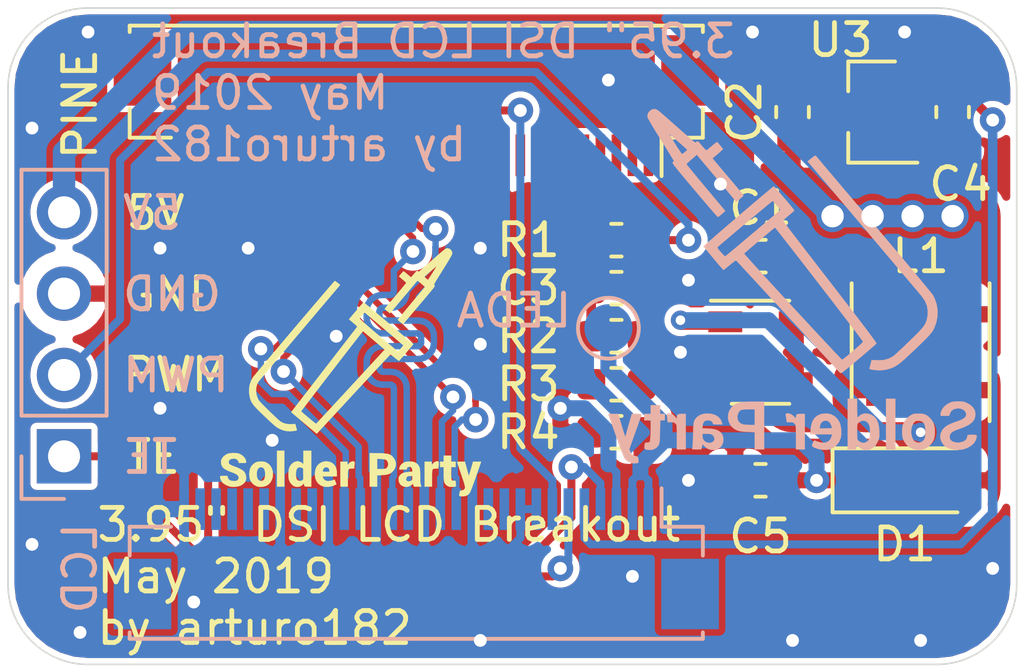
<source format=kicad_pcb>
(kicad_pcb (version 20190331) (host pcbnew "(5.1.0-386-g9f189ca71)")
  (layers (0 "F.Cu" signal) (31 "B.Cu" signal) (34 "B.Paste" user) (35 "F.Paste" user) (36 "B.SilkS" user) (37 "F.SilkS" user) (38 "B.Mask" user) (39 "F.Mask" user) (44 "Edge.Cuts" user))
  (net 0 "")
  (net 1 "GND")
  (net 2 "/D0N")
  (net 3 "/D0P")
  (net 4 "/CLKN")
  (net 5 "/CLKP")
  (net 6 "/D1N")
  (net 7 "/D1P")
  (net 8 "/~RESET~")
  (net 9 "+2V8")
  (net 10 "+1V8")
  (net 11 "+5V")
  (net 12 "Net-(C?1556885714-Pad2)")
  (net 13 "/LEDA")
  (net 14 "Net-(D?1556840187-Pad2)")
  (net 15 "Net-(J?1556725600-Pad30)")
  (net 16 "Net-(J?1556725600-Pad26)")
  (net 17 "Net-(J?1556725600-Pad15)")
  (net 18 "Net-(J?1556725600-Pad14)")
  (net 19 "Net-(J?1556725600-Pad12)")
  (net 20 "Net-(J?1556725600-Pad11)")
  (net 21 "Net-(J?1556725600-Pad9)")
  (net 22 "Net-(J?1556725600-Pad8)")
  (net 23 "Net-(J?1556725600-Pad7)")
  (net 24 "Net-(J?1556725600-Pad6)")
  (net 25 "Net-(J?1556725600-Pad5)")
  (net 26 "Net-(J?1556725600-Pad4)")
  (net 27 "Net-(J?1556725600-Pad3)")
  (net 28 "Net-(J?1556725600-Pad2)")
  (net 29 "Net-(J?1556725600-Pad1)")
  (net 30 "/PWM")
  (net 31 "/TE")
  (net 32 "Net-(R?1556872683-Pad2)")
  (net 33 "/LEDK")
  (module "Connector_Amphenol:10051922-3010EHLF_1x30-1MP_P0.50mm_Horizontal" (layer "F.Cu") (at 112.25 101 180)
    (fp_text reference "J1" hide)
    (fp_text value "CONN_PINE")
    (pad "30" smd rect (at 7.25 -1.85 180) (size 0.3 1.3) (layers "F.Cu" "F.Paste" "F.Mask") (net 15 "Net-(J?1556725600-Pad30)"))
    (pad "29" smd rect (at 6.75 -1.85 180) (size 0.3 1.3) (layers "F.Cu" "F.Paste" "F.Mask") (net 10 "+1V8"))
    (pad "28" smd rect (at 6.25 -1.85 180) (size 0.3 1.3) (layers "F.Cu" "F.Paste" "F.Mask") (net 10 "+1V8"))
    (pad "27" smd rect (at 5.75 -1.85 180) (size 0.3 1.3) (layers "F.Cu" "F.Paste" "F.Mask") (net 8 "/~RESET~"))
    (pad "26" smd rect (at 5.25 -1.85 180) (size 0.3 1.3) (layers "F.Cu" "F.Paste" "F.Mask") (net 16 "Net-(J?1556725600-Pad26)"))
    (pad "25" smd rect (at 4.75 -1.85 180) (size 0.3 1.3) (layers "F.Cu" "F.Paste" "F.Mask") (net 1 "GND"))
    (pad "24" smd rect (at 4.25 -1.85 180) (size 0.3 1.3) (layers "F.Cu" "F.Paste" "F.Mask") (net 2 "/D0N"))
    (pad "23" smd rect (at 3.75 -1.85 180) (size 0.3 1.3) (layers "F.Cu" "F.Paste" "F.Mask") (net 3 "/D0P"))
    (pad "22" smd rect (at 3.25 -1.85 180) (size 0.3 1.3) (layers "F.Cu" "F.Paste" "F.Mask") (net 1 "GND"))
    (pad "21" smd rect (at 2.75 -1.85 180) (size 0.3 1.3) (layers "F.Cu" "F.Paste" "F.Mask") (net 6 "/D1N"))
    (pad "20" smd rect (at 2.25 -1.85 180) (size 0.3 1.3) (layers "F.Cu" "F.Paste" "F.Mask") (net 7 "/D1P"))
    (pad "19" smd rect (at 1.75 -1.85 180) (size 0.3 1.3) (layers "F.Cu" "F.Paste" "F.Mask") (net 1 "GND"))
    (pad "18" smd rect (at 1.25 -1.85 180) (size 0.3 1.3) (layers "F.Cu" "F.Paste" "F.Mask") (net 4 "/CLKN"))
    (pad "17" smd rect (at 0.75 -1.85 180) (size 0.3 1.3) (layers "F.Cu" "F.Paste" "F.Mask") (net 5 "/CLKP"))
    (pad "16" smd rect (at 0.25 -1.85 180) (size 0.3 1.3) (layers "F.Cu" "F.Paste" "F.Mask") (net 1 "GND"))
    (pad "15" smd rect (at -0.25 -1.85 180) (size 0.3 1.3) (layers "F.Cu" "F.Paste" "F.Mask") (net 17 "Net-(J?1556725600-Pad15)"))
    (pad "14" smd rect (at -0.75 -1.85 180) (size 0.3 1.3) (layers "F.Cu" "F.Paste" "F.Mask") (net 18 "Net-(J?1556725600-Pad14)"))
    (pad "13" smd rect (at -1.25 -1.85 180) (size 0.3 1.3) (layers "F.Cu" "F.Paste" "F.Mask") (net 1 "GND"))
    (pad "12" smd rect (at -1.75 -1.85 180) (size 0.3 1.3) (layers "F.Cu" "F.Paste" "F.Mask") (net 19 "Net-(J?1556725600-Pad12)"))
    (pad "11" smd rect (at -2.25 -1.85 180) (size 0.3 1.3) (layers "F.Cu" "F.Paste" "F.Mask") (net 20 "Net-(J?1556725600-Pad11)"))
    (pad "10" smd rect (at -2.75 -1.85 180) (size 0.3 1.3) (layers "F.Cu" "F.Paste" "F.Mask") (net 1 "GND"))
    (pad "9" smd rect (at -3.25 -1.85 180) (size 0.3 1.3) (layers "F.Cu" "F.Paste" "F.Mask") (net 21 "Net-(J?1556725600-Pad9)"))
    (pad "8" smd rect (at -3.75 -1.85 180) (size 0.3 1.3) (layers "F.Cu" "F.Paste" "F.Mask") (net 22 "Net-(J?1556725600-Pad8)"))
    (pad "7" smd rect (at -4.25 -1.85 180) (size 0.3 1.3) (layers "F.Cu" "F.Paste" "F.Mask") (net 23 "Net-(J?1556725600-Pad7)"))
    (pad "6" smd rect (at -4.75 -1.85 180) (size 0.3 1.3) (layers "F.Cu" "F.Paste" "F.Mask") (net 24 "Net-(J?1556725600-Pad6)"))
    (pad "5" smd rect (at -5.25 -1.85 180) (size 0.3 1.3) (layers "F.Cu" "F.Paste" "F.Mask") (net 25 "Net-(J?1556725600-Pad5)"))
    (pad "4" smd rect (at -5.75 -1.85 180) (size 0.3 1.3) (layers "F.Cu" "F.Paste" "F.Mask") (net 26 "Net-(J?1556725600-Pad4)"))
    (pad "3" smd rect (at -6.25 -1.85 180) (size 0.3 1.3) (layers "F.Cu" "F.Paste" "F.Mask") (net 27 "Net-(J?1556725600-Pad3)"))
    (pad "2" smd rect (at -6.75 -1.85 180) (size 0.3 1.3) (layers "F.Cu" "F.Paste" "F.Mask") (net 28 "Net-(J?1556725600-Pad2)"))
    (pad "1" smd rect (at -7.25 -1.85 180) (size 0.3 1.3) (layers "F.Cu" "F.Paste" "F.Mask") (net 29 "Net-(J?1556725600-Pad1)"))
    (pad "MP" smd rect (at -8.55 0.8 180) (size 1.8 2.2) (layers "F.Cu" "F.Paste" "F.Mask"))
    (pad "MP" smd rect (at 8.55 0.8 180) (size 1.8 2.2) (layers "F.Cu" "F.Paste" "F.Mask"))
  )
  (module "Symbols_Extra:SolderParty-Logo_9.5x8.8mm_SilkScreen" (layer "F.Cu") (at 110.2 109.6)
    (fp_text reference "G***" hide)
    (fp_text value "LOGO" hide)
  )
  (module "Symbols_Extra:SolderParty-Logo_13.5x12.6mm_SilkScreen" (layer "B.Cu") (at 124 106.9 180)
    (fp_text reference "G***" hide)
    (fp_text value "LOGO" hide)
  )
  (module "Resistor_SMD:R_0603_1608Metric" (layer "F.Cu") (at 118.5 111.5)
    (fp_text reference "R4" (at -2.75 0) (layer "F.SilkS"))
    (fp_text value "5.1R")
    (pad "2" smd roundrect (at 0.7875 0) (size 0.875 0.95) (layers "F.Cu" "F.Paste" "F.Mask") (net 1 "GND"))
    (pad "1" smd roundrect (at -0.7875 0) (size 0.875 0.95) (layers "F.Cu" "F.Paste" "F.Mask") (net 33 "/LEDK"))
  )
  (module "Inductor_SMD:L_Coilcraft_XxL4040" (layer "F.Cu") (at 128 109 90)
    (fp_text reference "L1" (at 3 0 180) (layer "F.SilkS"))
    (fp_text value "22uH")
    (pad "2" smd rect (at 1.185 0 90) (size 0.98 3.4) (layers "F.Cu" "F.Paste" "F.Mask") (net 11 "+5V"))
    (pad "1" smd rect (at -1.185 0 90) (size 0.98 3.4) (layers "F.Cu" "F.Paste" "F.Mask") (net 14 "Net-(D?1556840187-Pad2)"))
  )
  (module "Package_TO_SOT_SMD:SOT-23" (layer "F.Cu") (at 126.5 101.5 180)
    (fp_text reference "U3" (at 1 2.25) (layer "F.SilkS"))
    (fp_text value "MCP1700-2802E")
    (pad "3" smd rect (at 1 0 180) (size 0.9 0.8) (layers "F.Cu" "F.Paste" "F.Mask") (net 11 "+5V"))
    (pad "2" smd rect (at -1 0.95 180) (size 0.9 0.8) (layers "F.Cu" "F.Paste" "F.Mask") (net 9 "+2V8"))
    (pad "1" smd rect (at -1 -0.95 180) (size 0.9 0.8) (layers "F.Cu" "F.Paste" "F.Mask") (net 1 "GND"))
  )
  (module "Package_TO_SOT_SMD:SOT-23-5" (layer "F.Cu") (at 123 109)
    (fp_text reference "U2" hide)
    (fp_text value "NCP5006")
    (pad "5" smd rect (at 1.1 -0.95) (size 1.06 0.65) (layers "F.Cu" "F.Paste" "F.Mask") (net 11 "+5V"))
    (pad "4" smd rect (at 1.1 0.95) (size 1.06 0.65) (layers "F.Cu" "F.Paste" "F.Mask") (net 11 "+5V"))
    (pad "3" smd rect (at -1.1 0.95) (size 1.06 0.65) (layers "F.Cu" "F.Paste" "F.Mask") (net 32 "Net-(R?1556872683-Pad2)"))
    (pad "2" smd rect (at -1.1 0) (size 1.06 0.65) (layers "F.Cu" "F.Paste" "F.Mask") (net 1 "GND"))
    (pad "1" smd rect (at -1.1 -0.95) (size 1.06 0.65) (layers "F.Cu" "F.Paste" "F.Mask") (net 14 "Net-(D?1556840187-Pad2)"))
  )
  (module "Connector_Amphenol:10051922-3010EHLF_1x30-1MP_P0.50mm_Horizontal" (layer "B.Cu") (at 112.25 115.75 180)
    (fp_text reference "U1" hide)
    (fp_text value "MTF395SVN-02A")
    (pad "30" smd rect (at 7.25 1.85 180) (size 0.3 1.3) (layers "B.Cu" "B.Paste" "B.Mask") (net 1 "GND"))
    (pad "29" smd rect (at 6.75 1.85 180) (size 0.3 1.3) (layers "B.Cu" "B.Paste" "B.Mask"))
    (pad "28" smd rect (at 6.25 1.85 180) (size 0.3 1.3) (layers "B.Cu" "B.Paste" "B.Mask"))
    (pad "27" smd rect (at 5.75 1.85 180) (size 0.3 1.3) (layers "B.Cu" "B.Paste" "B.Mask"))
    (pad "26" smd rect (at 5.25 1.85 180) (size 0.3 1.3) (layers "B.Cu" "B.Paste" "B.Mask"))
    (pad "25" smd rect (at 4.75 1.85 180) (size 0.3 1.3) (layers "B.Cu" "B.Paste" "B.Mask"))
    (pad "24" smd rect (at 4.25 1.85 180) (size 0.3 1.3) (layers "B.Cu" "B.Paste" "B.Mask") (net 1 "GND"))
    (pad "23" smd rect (at 3.75 1.85 180) (size 0.3 1.3) (layers "B.Cu" "B.Paste" "B.Mask"))
    (pad "22" smd rect (at 3.25 1.85 180) (size 0.3 1.3) (layers "B.Cu" "B.Paste" "B.Mask"))
    (pad "21" smd rect (at 2.75 1.85 180) (size 0.3 1.3) (layers "B.Cu" "B.Paste" "B.Mask") (net 1 "GND"))
    (pad "20" smd rect (at 2.25 1.85 180) (size 0.3 1.3) (layers "B.Cu" "B.Paste" "B.Mask") (net 2 "/D0N"))
    (pad "19" smd rect (at 1.75 1.85 180) (size 0.3 1.3) (layers "B.Cu" "B.Paste" "B.Mask") (net 3 "/D0P"))
    (pad "18" smd rect (at 1.25 1.85 180) (size 0.3 1.3) (layers "B.Cu" "B.Paste" "B.Mask") (net 1 "GND"))
    (pad "17" smd rect (at 0.75 1.85 180) (size 0.3 1.3) (layers "B.Cu" "B.Paste" "B.Mask") (net 4 "/CLKN"))
    (pad "16" smd rect (at 0.25 1.85 180) (size 0.3 1.3) (layers "B.Cu" "B.Paste" "B.Mask") (net 5 "/CLKP"))
    (pad "15" smd rect (at -0.25 1.85 180) (size 0.3 1.3) (layers "B.Cu" "B.Paste" "B.Mask") (net 1 "GND"))
    (pad "14" smd rect (at -0.75 1.85 180) (size 0.3 1.3) (layers "B.Cu" "B.Paste" "B.Mask") (net 6 "/D1N"))
    (pad "13" smd rect (at -1.25 1.85 180) (size 0.3 1.3) (layers "B.Cu" "B.Paste" "B.Mask") (net 7 "/D1P"))
    (pad "12" smd rect (at -1.75 1.85 180) (size 0.3 1.3) (layers "B.Cu" "B.Paste" "B.Mask") (net 1 "GND"))
    (pad "11" smd rect (at -2.25 1.85 180) (size 0.3 1.3) (layers "B.Cu" "B.Paste" "B.Mask"))
    (pad "10" smd rect (at -2.75 1.85 180) (size 0.3 1.3) (layers "B.Cu" "B.Paste" "B.Mask"))
    (pad "9" smd rect (at -3.25 1.85 180) (size 0.3 1.3) (layers "B.Cu" "B.Paste" "B.Mask") (net 1 "GND"))
    (pad "8" smd rect (at -3.75 1.85 180) (size 0.3 1.3) (layers "B.Cu" "B.Paste" "B.Mask") (net 1 "GND"))
    (pad "7" smd rect (at -4.25 1.85 180) (size 0.3 1.3) (layers "B.Cu" "B.Paste" "B.Mask") (net 8 "/~RESET~"))
    (pad "6" smd rect (at -4.75 1.85 180) (size 0.3 1.3) (layers "B.Cu" "B.Paste" "B.Mask") (net 31 "/TE"))
    (pad "5" smd rect (at -5.25 1.85 180) (size 0.3 1.3) (layers "B.Cu" "B.Paste" "B.Mask") (net 9 "+2V8"))
    (pad "4" smd rect (at -5.75 1.85 180) (size 0.3 1.3) (layers "B.Cu" "B.Paste" "B.Mask") (net 10 "+1V8"))
    (pad "3" smd rect (at -6.25 1.85 180) (size 0.3 1.3) (layers "B.Cu" "B.Paste" "B.Mask") (net 33 "/LEDK"))
    (pad "2" smd rect (at -6.75 1.85 180) (size 0.3 1.3) (layers "B.Cu" "B.Paste" "B.Mask") (net 13 "/LEDA"))
    (pad "1" smd rect (at -7.25 1.85 180) (size 0.3 1.3) (layers "B.Cu" "B.Paste" "B.Mask") (net 13 "/LEDA"))
    (pad "MP" smd rect (at -8.55 -0.8 180) (size 1.8 2.2) (layers "B.Cu" "B.Paste" "B.Mask"))
    (pad "MP" smd rect (at 8.55 -0.8 180) (size 1.8 2.2) (layers "B.Cu" "B.Paste" "B.Mask"))
  )
  (module "TestPoint:TestPoint_Pad_D1.5mm" (layer "B.Cu") (at 118.25 108.25)
    (fp_text reference "TP1" hide)
    (fp_text value "TP_LEDA")
    (pad "1" smd circle (at 0 0) (size 1.5 1.5) (layers "B.Cu" "B.Mask") (net 13 "/LEDA"))
  )
  (module "Resistor_SMD:R_0603_1608Metric" (layer "F.Cu") (at 118.5 110)
    (fp_text reference "R3" (at -2.75 0) (layer "F.SilkS"))
    (fp_text value "5.6K")
    (pad "2" smd roundrect (at 0.7875 0) (size 0.875 0.95) (layers "F.Cu" "F.Paste" "F.Mask") (net 32 "Net-(R?1556872683-Pad2)"))
    (pad "1" smd roundrect (at -0.7875 0) (size 0.875 0.95) (layers "F.Cu" "F.Paste" "F.Mask") (net 33 "/LEDK"))
  )
  (module "Resistor_SMD:R_0603_1608Metric" (layer "F.Cu") (at 118.5 108.5 180)
    (fp_text reference "R2" (at 2.75 0) (layer "F.SilkS"))
    (fp_text value "10K")
    (pad "2" smd roundrect (at 0.7875 0 180) (size 0.875 0.95) (layers "F.Cu" "F.Paste" "F.Mask") (net 12 "Net-(C?1556885714-Pad2)"))
    (pad "1" smd roundrect (at -0.7875 0 180) (size 0.875 0.95) (layers "F.Cu" "F.Paste" "F.Mask") (net 32 "Net-(R?1556872683-Pad2)"))
  )
  (module "Resistor_SMD:R_0603_1608Metric" (layer "F.Cu") (at 118.5 105.5)
    (fp_text reference "R1" (at -2.75 0) (layer "F.SilkS"))
    (fp_text value "150K")
    (pad "2" smd roundrect (at 0.7875 0) (size 0.875 0.95) (layers "F.Cu" "F.Paste" "F.Mask") (net 30 "/PWM"))
    (pad "1" smd roundrect (at -0.7875 0) (size 0.875 0.95) (layers "F.Cu" "F.Paste" "F.Mask") (net 12 "Net-(C?1556885714-Pad2)"))
  )
  (module "Connector_PinHeader_2.54mm:PinHeader_1x04_P2.54mm_Vertical" (layer "B.Cu") (at 101.25 112.25)
    (fp_text reference "J2" hide)
    (fp_text value "CONN_GPIO")
    (pad "4" thru_hole oval (at 0 -7.62) (size 1.7 1.7) (drill 1) (layers *.Cu *.Mask) (net 11 "+5V"))
    (pad "3" thru_hole oval (at 0 -5.08) (size 1.7 1.7) (drill 1) (layers *.Cu *.Mask) (net 1 "GND"))
    (pad "2" thru_hole oval (at 0 -2.54) (size 1.7 1.7) (drill 1) (layers *.Cu *.Mask) (net 30 "/PWM"))
    (pad "1" thru_hole rect (at 0 0) (size 1.7 1.7) (drill 1) (layers *.Cu *.Mask) (net 31 "/TE"))
  )
  (module "Diode_SMD:D_SOD-123" (layer "F.Cu") (at 127.5 113)
    (fp_text reference "D1" (at 0 2) (layer "F.SilkS"))
    (fp_text value "MBR0530")
    (pad "2" smd rect (at 1.65 0) (size 0.9 1.2) (layers "F.Cu" "F.Paste" "F.Mask") (net 14 "Net-(D?1556840187-Pad2)"))
    (pad "1" smd rect (at -1.65 0) (size 0.9 1.2) (layers "F.Cu" "F.Paste" "F.Mask") (net 13 "/LEDA"))
  )
  (module "Capacitor_SMD:C_0603_1608Metric" (layer "F.Cu") (at 123 113 180)
    (fp_text reference "C5" (at 0 -1.75) (layer "F.SilkS"))
    (fp_text value "1uF")
    (pad "2" smd roundrect (at 0.7875 0 180) (size 0.875 0.95) (layers "F.Cu" "F.Paste" "F.Mask") (net 1 "GND"))
    (pad "1" smd roundrect (at -0.7875 0 180) (size 0.875 0.95) (layers "F.Cu" "F.Paste" "F.Mask") (net 13 "/LEDA"))
  )
  (module "Capacitor_SMD:C_0603_1608Metric" (layer "F.Cu") (at 129 101.5 270)
    (fp_text reference "C4" (at 2.25 -0.25 180) (layer "F.SilkS"))
    (fp_text value "1uF")
    (pad "2" smd roundrect (at 0.7875 0 270) (size 0.875 0.95) (layers "F.Cu" "F.Paste" "F.Mask") (net 1 "GND"))
    (pad "1" smd roundrect (at -0.7875 0 270) (size 0.875 0.95) (layers "F.Cu" "F.Paste" "F.Mask") (net 9 "+2V8"))
  )
  (module "Capacitor_SMD:C_0603_1608Metric" (layer "F.Cu") (at 118.5 107 180)
    (fp_text reference "C3" (at 2.75 0) (layer "F.SilkS"))
    (fp_text value "0.1uF")
    (pad "2" smd roundrect (at 0.7875 0 180) (size 0.875 0.95) (layers "F.Cu" "F.Paste" "F.Mask") (net 12 "Net-(C?1556885714-Pad2)"))
    (pad "1" smd roundrect (at -0.7875 0 180) (size 0.875 0.95) (layers "F.Cu" "F.Paste" "F.Mask") (net 1 "GND"))
  )
  (module "Capacitor_SMD:C_0603_1608Metric" (layer "F.Cu") (at 124 101.5 270)
    (fp_text reference "C2" (at 0 1.5 90) (layer "F.SilkS"))
    (fp_text value "1uF")
    (pad "2" smd roundrect (at 0.7875 0 270) (size 0.875 0.95) (layers "F.Cu" "F.Paste" "F.Mask") (net 11 "+5V"))
    (pad "1" smd roundrect (at -0.7875 0 270) (size 0.875 0.95) (layers "F.Cu" "F.Paste" "F.Mask") (net 1 "GND"))
  )
  (module "Capacitor_SMD:C_0603_1608Metric" (layer "F.Cu") (at 123 106 180)
    (fp_text reference "C1" (at 0 1.5) (layer "F.SilkS"))
    (fp_text value "4.7uF")
    (pad "2" smd roundrect (at 0.7875 0 180) (size 0.875 0.95) (layers "F.Cu" "F.Paste" "F.Mask") (net 1 "GND"))
    (pad "1" smd roundrect (at -0.7875 0 180) (size 0.875 0.95) (layers "F.Cu" "F.Paste" "F.Mask") (net 11 "+5V"))
  )
  (gr_text "3.95\" DSI LCD Breakout\nMay 2019\nby arturo182" (at 102.2 116) (layer "F.SilkS") (effects (font (size 1 1)) (justify left)))
  (gr_text "3.95\" DSI LCD Breakout\nMay 2019\nby arturo182" (at 103.9 100.9) (layer "B.SilkS") (effects (font (size 1 1)) (justify right mirror)))
  (gr_text "PWM" (at 103 109.7) (layer "F.SilkS") (effects (font (size 1 1)) (justify left)))
  (gr_text "5V" (at 103.1 104.648) (layer "F.SilkS") (effects (font (size 1 1)) (justify left)))
  (gr_text "GND" (at 103 107.188) (layer "F.SilkS") (effects (font (size 1 1)) (justify left)))
  (gr_text "TE" (at 103.1 112.268) (layer "F.SilkS") (effects (font (size 1 1)) (justify left)))
  (gr_text "TE" (at 102.997 112.268) (layer "B.SilkS") (effects (font (size 1 1)) (justify right mirror)))
  (gr_text "PWM" (at 103 109.728) (layer "B.SilkS") (effects (font (size 1 1)) (justify right mirror)))
  (gr_text "GND" (at 103 107.188) (layer "B.SilkS") (effects (font (size 1 1)) (justify right mirror)))
  (gr_text "5V" (at 103 104.648) (layer "B.SilkS") (effects (font (size 1 1)) (justify right mirror)))
  (gr_text "LEDA" (at 115.3 107.7) (layer "B.SilkS") (effects (font (size 1 1)) (justify mirror)))
  (gr_line (start 131 100.75) (end 131 116.25) (layer "Edge.Cuts") (width 0.05))
  (gr_line (start 99.5 100.75) (end 99.5 116.25) (layer "Edge.Cuts") (width 0.05))
  (gr_arc (start 128.5 116.25) (end 128.5 118.75) (angle -90) (layer "Edge.Cuts") (width 0.05))
  (gr_arc (start 102 116.25) (end 99.5 116.25) (angle -90) (layer "Edge.Cuts") (width 0.05))
  (gr_arc (start 102 100.75) (end 102 98.25) (angle -90) (layer "Edge.Cuts") (width 0.05))
  (gr_arc (start 128.5 100.75) (end 131 100.75) (angle -90) (layer "Edge.Cuts") (width 0.05))
  (gr_line (start 128.5 98.25) (end 102 98.25) (layer "Edge.Cuts") (width 0.05))
  (gr_line (start 102 118.75) (end 128.5 118.75) (layer "Edge.Cuts") (width 0.05))
  (gr_text "LCD" (at 101.75 115.75 90) (layer "B.SilkS") (effects (font (size 1 1)) (justify mirror)))
  (gr_text "PINE" (at 101.75 101.25 90) (layer "F.SilkS") (effects (font (size 1 1))))
  (segment (start 115.5 113.9) (end 116 113.9) (width 0.25) (layer "B.Cu") (net 1))
  (segment (start 115.5 114.8) (end 115 115.3) (width 0.25) (layer "B.Cu") (net 1))
  (segment (start 115.5 113.9) (end 115.5 114.8) (width 0.25) (layer "B.Cu") (net 1))
  (segment (start 112 103.735002) (end 112.264998 104) (width 0.25) (layer "F.Cu") (net 1))
  (segment (start 112 102.85) (end 112 103.735002) (width 0.25) (layer "F.Cu") (net 1))
  (segment (start 112.264998 104) (end 113 104) (width 0.25) (layer "F.Cu") (net 1))
  (via (at 120.5 109) (size 0.8) (drill 0.4) (layers "F.Cu" "B.Cu") (net 1))
  (via (at 120.75 106.75) (size 0.8) (drill 0.4) (layers "F.Cu" "B.Cu") (net 1))
  (via (at 122.75 99) (size 0.8) (drill 0.4) (layers "F.Cu" "B.Cu") (net 1))
  (via (at 127.5 99) (size 0.8) (drill 0.4) (layers "F.Cu" "B.Cu") (net 1))
  (via (at 102 99) (size 0.8) (drill 0.4) (layers "F.Cu" "B.Cu") (net 1))
  (via (at 100.25 102) (size 0.8) (drill 0.4) (layers "F.Cu" "B.Cu") (net 1))
  (via (at 100.25 115) (size 0.8) (drill 0.4) (layers "F.Cu" "B.Cu") (net 1))
  (via (at 101.75 117.75) (size 0.8) (drill 0.4) (layers "F.Cu" "B.Cu") (net 1))
  (via (at 105.3 116.8) (size 0.8) (drill 0.4) (layers "F.Cu" "B.Cu") (net 1))
  (via (at 114.25 118) (size 0.8) (drill 0.4) (layers "F.Cu" "B.Cu") (net 1))
  (via (at 124 118) (size 0.8) (drill 0.4) (layers "F.Cu" "B.Cu") (net 1))
  (via (at 130.25 115.75) (size 0.8) (drill 0.4) (layers "F.Cu" "B.Cu") (net 1))
  (via (at 128 118) (size 0.8) (drill 0.4) (layers "F.Cu" "B.Cu") (net 1))
  (via (at 120.75 113) (size 0.8) (drill 0.4) (layers "F.Cu" "B.Cu") (net 1))
  (via (at 121.75 103.75) (size 0.8) (drill 0.4) (layers "F.Cu" "B.Cu") (net 1))
  (via (at 118.25 100.5) (size 0.8) (drill 0.4) (layers "F.Cu" "B.Cu") (net 1))
  (via (at 114.25 105.75) (size 0.8) (drill 0.4) (layers "F.Cu" "B.Cu") (net 1))
  (via (at 114.25 108.75) (size 0.8) (drill 0.4) (layers "F.Cu" "B.Cu") (net 1))
  (via (at 109.75 108.5) (size 0.8) (drill 0.4) (layers "F.Cu" "B.Cu") (net 1))
  (via (at 107 105.75) (size 0.8) (drill 0.4) (layers "F.Cu" "B.Cu") (net 1))
  (via (at 107.75 111.75) (size 0.8) (drill 0.4) (layers "F.Cu" "B.Cu") (net 1))
  (via (at 104.25 110.75) (size 0.8) (drill 0.4) (layers "F.Cu" "B.Cu") (net 1))
  (via (at 104.25 105.75) (size 0.8) (drill 0.4) (layers "F.Cu" "B.Cu") (net 1))
  (via (at 119 116) (size 0.8) (drill 0.4) (layers "F.Cu" "B.Cu") (net 1))
  (segment (start 128.8375 102.45) (end 129 102.2875) (width 0.5) (layer "F.Cu") (net 1))
  (segment (start 127.5 102.45) (end 128.8375 102.45) (width 0.5) (layer "F.Cu") (net 1))
  (segment (start 108.05 108.667157) (end 107.820711 108.896446) (width 0.2) (layer "F.Cu") (net 2))
  (segment (start 108.05 103.875001) (end 108.05 108.667157) (width 0.2) (layer "F.Cu") (net 2))
  (segment (start 108 103.825001) (end 108.05 103.875001) (width 0.2) (layer "F.Cu") (net 2))
  (segment (start 107.820711 108.896446) (end 107.396446 108.896446) (width 0.2) (layer "F.Cu") (net 2))
  (segment (start 108 102.85) (end 108 103.825001) (width 0.2) (layer "F.Cu") (net 2))
  (via (at 107.396446 108.896446) (size 0.8) (drill 0.4) (layers "F.Cu" "B.Cu") (net 2))
  (segment (start 110.05 112.874999) (end 110 112.924999) (width 0.2) (layer "B.Cu") (net 2))
  (segment (start 110.05 112.115686) (end 110.05 112.874999) (width 0.2) (layer "B.Cu") (net 2))
  (segment (start 108.237869 110.303555) (end 110.05 112.115686) (width 0.2) (layer "B.Cu") (net 2))
  (segment (start 107.403553 109.939555) (end 107.767553 110.303555) (width 0.2) (layer "B.Cu") (net 2))
  (segment (start 107.403553 109.469239) (end 107.403553 109.939555) (width 0.2) (layer "B.Cu") (net 2))
  (segment (start 110 112.924999) (end 110 113.9) (width 0.2) (layer "B.Cu") (net 2))
  (segment (start 107.396446 108.896446) (end 107.396446 109.462132) (width 0.2) (layer "B.Cu") (net 2))
  (segment (start 107.767553 110.303555) (end 108.237869 110.303555) (width 0.2) (layer "B.Cu") (net 2))
  (segment (start 107.396446 109.462132) (end 107.403553 109.469239) (width 0.2) (layer "B.Cu") (net 2))
  (segment (start 108.103554 109.179289) (end 108.103554 109.603554) (width 0.2) (layer "F.Cu") (net 3))
  (via (at 108.103554 109.603554) (size 0.8) (drill 0.4) (layers "F.Cu" "B.Cu") (net 3))
  (segment (start 108.5 102.85) (end 108.5 103.825001) (width 0.2) (layer "F.Cu") (net 3))
  (segment (start 108.5 103.825001) (end 108.45 103.875001) (width 0.2) (layer "F.Cu") (net 3))
  (segment (start 108.45 103.875001) (end 108.45 108.832843) (width 0.2) (layer "F.Cu") (net 3))
  (segment (start 108.45 108.832843) (end 108.103554 109.179289) (width 0.2) (layer "F.Cu") (net 3))
  (segment (start 110.45 111.95) (end 110.45 112.874999) (width 0.2) (layer "B.Cu") (net 3))
  (segment (start 108.103554 109.603554) (end 110.45 111.95) (width 0.2) (layer "B.Cu") (net 3))
  (segment (start 110.45 112.874999) (end 110.5 112.924999) (width 0.2) (layer "B.Cu") (net 3))
  (segment (start 110.5 112.924999) (end 110.5 113.9) (width 0.2) (layer "B.Cu") (net 3))
  (segment (start 111 103.825001) (end 111.05 103.875001) (width 0.2) (layer "F.Cu") (net 4))
  (segment (start 111 102.85) (end 111 103.825001) (width 0.2) (layer "F.Cu") (net 4))
  (segment (start 112.146446 105.429289) (end 112.146446 105.853554) (width 0.2) (layer "F.Cu") (net 4))
  (via (at 112.146446 105.853554) (size 0.8) (drill 0.4) (layers "F.Cu" "B.Cu") (net 4))
  (segment (start 111.05 103.875001) (end 111.05 104.332843) (width 0.2) (layer "F.Cu") (net 4))
  (segment (start 111.05 104.332843) (end 112.146446 105.429289) (width 0.2) (layer "F.Cu") (net 4))
  (segment (start 111.55 110.136002) (end 111.55 112.874999) (width 0.2) (layer "B.Cu") (net 4))
  (segment (start 111.537621 110.081766) (end 111.546865 110.108186) (width 0.2) (layer "B.Cu") (net 4))
  (segment (start 111.522728 110.058065) (end 111.537621 110.081766) (width 0.2) (layer "B.Cu") (net 4))
  (segment (start 111.502936 110.038273) (end 111.522728 110.058065) (width 0.2) (layer "B.Cu") (net 4))
  (segment (start 111.452815 110.014136) (end 111.479235 110.02338) (width 0.2) (layer "B.Cu") (net 4))
  (segment (start 111.425 110.011002) (end 111.452815 110.014136) (width 0.2) (layer "B.Cu") (net 4))
  (segment (start 111.194663 110.011002) (end 111.425 110.011002) (width 0.2) (layer "B.Cu") (net 4))
  (segment (start 110.980037 109.962014) (end 111.08459 109.998599) (width 0.2) (layer "B.Cu") (net 4))
  (segment (start 110.886245 109.903081) (end 110.980037 109.962014) (width 0.2) (layer "B.Cu") (net 4))
  (segment (start 110.80792 109.824756) (end 110.886245 109.903081) (width 0.2) (layer "B.Cu") (net 4))
  (segment (start 110.748987 109.730964) (end 110.80792 109.824756) (width 0.2) (layer "B.Cu") (net 4))
  (segment (start 110.712402 109.626411) (end 110.748987 109.730964) (width 0.2) (layer "B.Cu") (net 4))
  (segment (start 110.7 109.516338) (end 110.712402 109.626411) (width 0.2) (layer "B.Cu") (net 4))
  (segment (start 110.7 109.305665) (end 110.7 109.516338) (width 0.2) (layer "B.Cu") (net 4))
  (segment (start 110.748987 109.091039) (end 110.712402 109.195592) (width 0.2) (layer "B.Cu") (net 4))
  (segment (start 110.80792 108.997247) (end 110.748987 109.091039) (width 0.2) (layer "B.Cu") (net 4))
  (segment (start 110.886245 108.918922) (end 110.80792 108.997247) (width 0.2) (layer "B.Cu") (net 4))
  (segment (start 110.980037 108.859989) (end 110.886245 108.918922) (width 0.2) (layer "B.Cu") (net 4))
  (segment (start 112.275 108.811002) (end 111.194663 108.811002) (width 0.2) (layer "B.Cu") (net 4))
  (segment (start 112.302816 108.807867) (end 112.275 108.811002) (width 0.2) (layer "B.Cu") (net 4))
  (segment (start 112.352937 108.78373) (end 112.329236 108.798623) (width 0.2) (layer "B.Cu") (net 4))
  (segment (start 112.372729 108.763938) (end 112.352937 108.78373) (width 0.2) (layer "B.Cu") (net 4))
  (segment (start 112.387622 108.740237) (end 112.372729 108.763938) (width 0.2) (layer "B.Cu") (net 4))
  (segment (start 112.396866 108.713817) (end 112.387622 108.740237) (width 0.2) (layer "B.Cu") (net 4))
  (segment (start 112.4 108.686002) (end 112.396866 108.713817) (width 0.2) (layer "B.Cu") (net 4))
  (segment (start 112.4 108.536002) (end 112.4 108.686002) (width 0.2) (layer "B.Cu") (net 4))
  (segment (start 112.396866 108.508186) (end 112.4 108.536002) (width 0.2) (layer "B.Cu") (net 4))
  (segment (start 112.387622 108.481766) (end 112.396866 108.508186) (width 0.2) (layer "B.Cu") (net 4))
  (segment (start 112.372729 108.458065) (end 112.387622 108.481766) (width 0.2) (layer "B.Cu") (net 4))
  (segment (start 112.329236 108.42338) (end 112.352937 108.438273) (width 0.2) (layer "B.Cu") (net 4))
  (segment (start 112.302816 108.414136) (end 112.329236 108.42338) (width 0.2) (layer "B.Cu") (net 4))
  (segment (start 112.275 108.411002) (end 112.302816 108.414136) (width 0.2) (layer "B.Cu") (net 4))
  (segment (start 111.194663 108.411002) (end 112.275 108.411002) (width 0.2) (layer "B.Cu") (net 4))
  (segment (start 111.08459 108.398599) (end 111.194663 108.411002) (width 0.2) (layer "B.Cu") (net 4))
  (segment (start 110.980037 108.362014) (end 111.08459 108.398599) (width 0.2) (layer "B.Cu") (net 4))
  (segment (start 110.886245 108.303081) (end 110.980037 108.362014) (width 0.2) (layer "B.Cu") (net 4))
  (segment (start 110.80792 108.224756) (end 110.886245 108.303081) (width 0.2) (layer "B.Cu") (net 4))
  (segment (start 110.748987 108.130964) (end 110.80792 108.224756) (width 0.2) (layer "B.Cu") (net 4))
  (segment (start 110.712402 108.026411) (end 110.748987 108.130964) (width 0.2) (layer "B.Cu") (net 4))
  (segment (start 110.7 107.916338) (end 110.712402 108.026411) (width 0.2) (layer "B.Cu") (net 4))
  (segment (start 110.7 107.705665) (end 110.7 107.916338) (width 0.2) (layer "B.Cu") (net 4))
  (segment (start 110.712402 107.595592) (end 110.7 107.705665) (width 0.2) (layer "B.Cu") (net 4))
  (segment (start 110.748987 107.491039) (end 110.712402 107.595592) (width 0.2) (layer "B.Cu") (net 4))
  (segment (start 110.80792 107.397247) (end 110.748987 107.491039) (width 0.2) (layer "B.Cu") (net 4))
  (segment (start 110.886245 107.318922) (end 110.80792 107.397247) (width 0.2) (layer "B.Cu") (net 4))
  (segment (start 110.980037 107.259989) (end 110.886245 107.318922) (width 0.2) (layer "B.Cu") (net 4))
  (segment (start 111.08459 107.223404) (end 110.980037 107.259989) (width 0.2) (layer "B.Cu") (net 4))
  (segment (start 111.194663 107.211002) (end 111.08459 107.223404) (width 0.2) (layer "B.Cu") (net 4))
  (segment (start 111.425 107.211002) (end 111.194663 107.211002) (width 0.2) (layer "B.Cu") (net 4))
  (segment (start 111.452815 107.207867) (end 111.425 107.211002) (width 0.2) (layer "B.Cu") (net 4))
  (segment (start 111.479235 107.198623) (end 111.452815 107.207867) (width 0.2) (layer "B.Cu") (net 4))
  (segment (start 111.479235 110.02338) (end 111.502936 110.038273) (width 0.2) (layer "B.Cu") (net 4))
  (segment (start 112.329236 108.798623) (end 112.302816 108.807867) (width 0.2) (layer "B.Cu") (net 4))
  (segment (start 110.712402 109.195592) (end 110.7 109.305665) (width 0.2) (layer "B.Cu") (net 4))
  (segment (start 111.08459 108.823404) (end 110.980037 108.859989) (width 0.2) (layer "B.Cu") (net 4))
  (segment (start 111.5 112.924999) (end 111.5 113.9) (width 0.2) (layer "B.Cu") (net 4))
  (segment (start 111.546865 107.113817) (end 111.537621 107.140237) (width 0.2) (layer "B.Cu") (net 4))
  (segment (start 112.352937 108.438273) (end 112.372729 108.458065) (width 0.2) (layer "B.Cu") (net 4))
  (segment (start 111.537621 107.140237) (end 111.522728 107.163938) (width 0.2) (layer "B.Cu") (net 4))
  (segment (start 111.502936 107.18373) (end 111.479235 107.198623) (width 0.2) (layer "B.Cu") (net 4))
  (segment (start 111.55 112.874999) (end 111.5 112.924999) (width 0.2) (layer "B.Cu") (net 4))
  (segment (start 111.55 107.086002) (end 111.546865 107.113817) (width 0.2) (layer "B.Cu") (net 4))
  (segment (start 111.546865 110.108186) (end 111.55 110.136002) (width 0.2) (layer "B.Cu") (net 4))
  (segment (start 111.08459 109.998599) (end 111.194663 110.011002) (width 0.2) (layer "B.Cu") (net 4))
  (segment (start 111.194663 108.811002) (end 111.08459 108.823404) (width 0.2) (layer "B.Cu") (net 4))
  (segment (start 112.146446 105.853554) (end 111.55 106.45) (width 0.2) (layer "B.Cu") (net 4))
  (segment (start 111.55 106.45) (end 111.55 107.086002) (width 0.2) (layer "B.Cu") (net 4))
  (segment (start 111.522728 107.163938) (end 111.502936 107.18373) (width 0.2) (layer "B.Cu") (net 4))
  (segment (start 112.429289 105.146446) (end 112.853554 105.146446) (width 0.2) (layer "F.Cu") (net 5))
  (segment (start 111.5 102.85) (end 111.5 103.825001) (width 0.2) (layer "F.Cu") (net 5))
  (segment (start 111.5 103.825001) (end 111.45 103.875001) (width 0.2) (layer "F.Cu") (net 5))
  (segment (start 111.45 103.875001) (end 111.45 104.167157) (width 0.2) (layer "F.Cu") (net 5))
  (segment (start 111.45 104.167157) (end 112.429289 105.146446) (width 0.2) (layer "F.Cu") (net 5))
  (via (at 112.853554 105.146446) (size 0.8) (drill 0.4) (layers "F.Cu" "B.Cu") (net 5))
  (segment (start 112.787598 108.395592) (end 112.8 108.505665) (width 0.2) (layer "B.Cu") (net 5))
  (segment (start 111.565409 109.623404) (end 111.669962 109.659989) (width 0.2) (layer "B.Cu") (net 5))
  (segment (start 112.751013 108.291039) (end 112.787598 108.395592) (width 0.2) (layer "B.Cu") (net 5))
  (segment (start 112.69208 108.197247) (end 112.751013 108.291039) (width 0.2) (layer "B.Cu") (net 5))
  (segment (start 112.305337 109.211002) (end 111.225 109.211002) (width 0.2) (layer "B.Cu") (net 5))
  (segment (start 112.613755 108.118922) (end 112.69208 108.197247) (width 0.2) (layer "B.Cu") (net 5))
  (segment (start 112.41541 108.023404) (end 112.519963 108.059989) (width 0.2) (layer "B.Cu") (net 5))
  (segment (start 111.95 112.874999) (end 112 112.924999) (width 0.2) (layer "B.Cu") (net 5))
  (segment (start 112.305337 108.011002) (end 112.41541 108.023404) (width 0.2) (layer "B.Cu") (net 5))
  (segment (start 112.751013 108.930964) (end 112.69208 109.024756) (width 0.2) (layer "B.Cu") (net 5))
  (segment (start 111.197184 108.007867) (end 111.225 108.011002) (width 0.2) (layer "B.Cu") (net 5))
  (segment (start 111.170764 107.998623) (end 111.197184 108.007867) (width 0.2) (layer "B.Cu") (net 5))
  (segment (start 111.455336 109.611002) (end 111.565409 109.623404) (width 0.2) (layer "B.Cu") (net 5))
  (segment (start 111.147063 107.98373) (end 111.170764 107.998623) (width 0.2) (layer "B.Cu") (net 5))
  (segment (start 111.1 109.336002) (end 111.1 109.486002) (width 0.2) (layer "B.Cu") (net 5))
  (segment (start 111.112378 107.940237) (end 111.127271 107.963938) (width 0.2) (layer "B.Cu") (net 5))
  (segment (start 112.519963 108.059989) (end 112.613755 108.118922) (width 0.2) (layer "B.Cu") (net 5))
  (segment (start 111.1 107.886002) (end 111.103134 107.913817) (width 0.2) (layer "B.Cu") (net 5))
  (segment (start 111.95 110.105665) (end 111.95 112.874999) (width 0.2) (layer "B.Cu") (net 5))
  (segment (start 111.127271 107.963938) (end 111.147063 107.98373) (width 0.2) (layer "B.Cu") (net 5))
  (segment (start 111.147063 109.58373) (end 111.170764 109.598623) (width 0.2) (layer "B.Cu") (net 5))
  (segment (start 111.1 107.736002) (end 111.1 107.886002) (width 0.2) (layer "B.Cu") (net 5))
  (segment (start 111.103134 107.913817) (end 111.112378 107.940237) (width 0.2) (layer "B.Cu") (net 5))
  (segment (start 111.901012 109.891039) (end 111.937597 109.995592) (width 0.2) (layer "B.Cu") (net 5))
  (segment (start 111.103134 107.708186) (end 111.1 107.736002) (width 0.2) (layer "B.Cu") (net 5))
  (segment (start 111.103134 109.308186) (end 111.1 109.336002) (width 0.2) (layer "B.Cu") (net 5))
  (segment (start 111.112378 107.681766) (end 111.103134 107.708186) (width 0.2) (layer "B.Cu") (net 5))
  (segment (start 111.147063 107.638273) (end 111.127271 107.658065) (width 0.2) (layer "B.Cu") (net 5))
  (segment (start 111.95 107.116338) (end 111.937597 107.226411) (width 0.2) (layer "B.Cu") (net 5))
  (segment (start 111.669962 107.562014) (end 111.565409 107.598599) (width 0.2) (layer "B.Cu") (net 5))
  (segment (start 112.41541 109.198599) (end 112.305337 109.211002) (width 0.2) (layer "B.Cu") (net 5))
  (segment (start 112.846447 106.189555) (end 111.95 107.086002) (width 0.2) (layer "B.Cu") (net 5))
  (segment (start 112.846447 105.719239) (end 112.846447 106.189555) (width 0.2) (layer "B.Cu") (net 5))
  (segment (start 111.842079 107.424756) (end 111.763754 107.503081) (width 0.2) (layer "B.Cu") (net 5))
  (segment (start 111.842079 109.797247) (end 111.901012 109.891039) (width 0.2) (layer "B.Cu") (net 5))
  (segment (start 112.853554 105.146446) (end 112.853554 105.712132) (width 0.2) (layer "B.Cu") (net 5))
  (segment (start 111.170764 107.62338) (end 111.147063 107.638273) (width 0.2) (layer "B.Cu") (net 5))
  (segment (start 111.112378 109.281766) (end 111.103134 109.308186) (width 0.2) (layer "B.Cu") (net 5))
  (segment (start 112.853554 105.712132) (end 112.846447 105.719239) (width 0.2) (layer "B.Cu") (net 5))
  (segment (start 111.225 109.611002) (end 111.455336 109.611002) (width 0.2) (layer "B.Cu") (net 5))
  (segment (start 111.937597 107.226411) (end 111.901012 107.330964) (width 0.2) (layer "B.Cu") (net 5))
  (segment (start 111.225 108.011002) (end 112.305337 108.011002) (width 0.2) (layer "B.Cu") (net 5))
  (segment (start 111.225 107.611002) (end 111.197184 107.614136) (width 0.2) (layer "B.Cu") (net 5))
  (segment (start 111.95 107.086002) (end 111.95 107.116338) (width 0.2) (layer "B.Cu") (net 5))
  (segment (start 112.8 108.716338) (end 112.787598 108.826411) (width 0.2) (layer "B.Cu") (net 5))
  (segment (start 111.901012 107.330964) (end 111.842079 107.424756) (width 0.2) (layer "B.Cu") (net 5))
  (segment (start 111.225 109.211002) (end 111.197184 109.214136) (width 0.2) (layer "B.Cu") (net 5))
  (segment (start 111.763754 107.503081) (end 111.669962 107.562014) (width 0.2) (layer "B.Cu") (net 5))
  (segment (start 111.127271 107.658065) (end 111.112378 107.681766) (width 0.2) (layer "B.Cu") (net 5))
  (segment (start 111.197184 109.214136) (end 111.170764 109.22338) (width 0.2) (layer "B.Cu") (net 5))
  (segment (start 111.455336 107.611002) (end 111.225 107.611002) (width 0.2) (layer "B.Cu") (net 5))
  (segment (start 111.565409 107.598599) (end 111.455336 107.611002) (width 0.2) (layer "B.Cu") (net 5))
  (segment (start 112 112.924999) (end 112 113.9) (width 0.2) (layer "B.Cu") (net 5))
  (segment (start 111.197184 107.614136) (end 111.170764 107.62338) (width 0.2) (layer "B.Cu") (net 5))
  (segment (start 112.8 108.505665) (end 112.8 108.716338) (width 0.2) (layer "B.Cu") (net 5))
  (segment (start 112.787598 108.826411) (end 112.751013 108.930964) (width 0.2) (layer "B.Cu") (net 5))
  (segment (start 112.69208 109.024756) (end 112.613755 109.103081) (width 0.2) (layer "B.Cu") (net 5))
  (segment (start 112.613755 109.103081) (end 112.519963 109.162014) (width 0.2) (layer "B.Cu") (net 5))
  (segment (start 112.519963 109.162014) (end 112.41541 109.198599) (width 0.2) (layer "B.Cu") (net 5))
  (segment (start 111.170764 109.22338) (end 111.147063 109.238273) (width 0.2) (layer "B.Cu") (net 5))
  (segment (start 111.147063 109.238273) (end 111.127271 109.258065) (width 0.2) (layer "B.Cu") (net 5))
  (segment (start 111.127271 109.258065) (end 111.112378 109.281766) (width 0.2) (layer "B.Cu") (net 5))
  (segment (start 111.1 109.486002) (end 111.103134 109.513817) (width 0.2) (layer "B.Cu") (net 5))
  (segment (start 111.103134 109.513817) (end 111.112378 109.540237) (width 0.2) (layer "B.Cu") (net 5))
  (segment (start 111.112378 109.540237) (end 111.127271 109.563938) (width 0.2) (layer "B.Cu") (net 5))
  (segment (start 111.127271 109.563938) (end 111.147063 109.58373) (width 0.2) (layer "B.Cu") (net 5))
  (segment (start 111.170764 109.598623) (end 111.197184 109.607867) (width 0.2) (layer "B.Cu") (net 5))
  (segment (start 111.197184 109.607867) (end 111.225 109.611002) (width 0.2) (layer "B.Cu") (net 5))
  (segment (start 111.669962 109.659989) (end 111.763754 109.718922) (width 0.2) (layer "B.Cu") (net 5))
  (segment (start 111.763754 109.718922) (end 111.842079 109.797247) (width 0.2) (layer "B.Cu") (net 5))
  (segment (start 111.937597 109.995592) (end 111.95 110.105665) (width 0.2) (layer "B.Cu") (net 5))
  (segment (start 113.05 111.167157) (end 113.396446 110.820711) (width 0.2) (layer "B.Cu") (net 6))
  (segment (start 113.05 112.874999) (end 113.05 111.167157) (width 0.2) (layer "B.Cu") (net 6))
  (segment (start 113 112.924999) (end 113.05 112.874999) (width 0.2) (layer "B.Cu") (net 6))
  (segment (start 113 113.9) (end 113 112.924999) (width 0.2) (layer "B.Cu") (net 6))
  (segment (start 113.396446 110.820711) (end 113.396446 110.396446) (width 0.2) (layer "B.Cu") (net 6))
  (via (at 113.396446 110.396446) (size 0.8) (drill 0.4) (layers "F.Cu" "B.Cu") (net 6))
  (segment (start 109.5 103.825001) (end 109.5 102.85) (width 0.2) (layer "F.Cu") (net 6))
  (segment (start 109.55 106.55) (end 109.55 103.875001) (width 0.2) (layer "F.Cu") (net 6))
  (segment (start 113.396446 110.396446) (end 109.55 106.55) (width 0.2) (layer "F.Cu") (net 6))
  (segment (start 109.55 103.875001) (end 109.5 103.825001) (width 0.2) (layer "F.Cu") (net 6))
  (via (at 114.103554 111.103554) (size 0.8) (drill 0.4) (layers "F.Cu" "B.Cu") (net 7))
  (segment (start 113.5 112.924999) (end 113.45 112.874999) (width 0.2) (layer "B.Cu") (net 7))
  (segment (start 113.5 113.9) (end 113.5 112.924999) (width 0.2) (layer "B.Cu") (net 7))
  (segment (start 113.45 112.874999) (end 113.45 111.332843) (width 0.2) (layer "B.Cu") (net 7))
  (segment (start 113.45 111.332843) (end 113.679289 111.103554) (width 0.2) (layer "B.Cu") (net 7))
  (segment (start 113.679289 111.103554) (end 114.103554 111.103554) (width 0.2) (layer "B.Cu") (net 7))
  (segment (start 110 103.825001) (end 110 102.85) (width 0.2) (layer "F.Cu") (net 7))
  (segment (start 109.95 103.875001) (end 110 103.825001) (width 0.2) (layer "F.Cu") (net 7))
  (segment (start 109.95 106.384314) (end 109.95 103.875001) (width 0.2) (layer "F.Cu") (net 7))
  (segment (start 114.103554 110.537868) (end 114.096447 110.530761) (width 0.2) (layer "F.Cu") (net 7))
  (segment (start 114.103554 111.103554) (end 114.103554 110.537868) (width 0.2) (layer "F.Cu") (net 7))
  (segment (start 114.096447 110.530761) (end 114.096447 110.060445) (width 0.2) (layer "F.Cu") (net 7))
  (segment (start 114.096447 110.060445) (end 113.732447 109.696445) (width 0.2) (layer "F.Cu") (net 7))
  (segment (start 113.732447 109.696445) (end 113.262131 109.696445) (width 0.2) (layer "F.Cu") (net 7))
  (segment (start 113.262131 109.696445) (end 109.95 106.384314) (width 0.2) (layer "F.Cu") (net 7))
  (via (at 115.5 101.45) (size 0.8) (drill 0.4) (layers "F.Cu" "B.Cu") (net 8))
  (segment (start 107 101.45) (end 115.5 101.45) (width 0.25) (layer "F.Cu") (net 8))
  (segment (start 106.5 102.85) (end 106.5 101.95) (width 0.25) (layer "F.Cu") (net 8))
  (segment (start 106.5 101.95) (end 107 101.45) (width 0.25) (layer "F.Cu") (net 8))
  (segment (start 116.5 113) (end 116.5 113.9) (width 0.25) (layer "B.Cu") (net 8))
  (segment (start 115.5 101.45) (end 115.5 112) (width 0.25) (layer "B.Cu") (net 8))
  (segment (start 115.5 112) (end 116.5 113) (width 0.25) (layer "B.Cu") (net 8))
  (segment (start 128.8375 100.55) (end 129 100.7125) (width 0.25) (layer "F.Cu") (net 9))
  (segment (start 127.5 100.55) (end 128.05 100.55) (width 0.3) (layer "F.Cu") (net 9))
  (segment (start 128.2125 100.7125) (end 129 100.7125) (width 0.3) (layer "F.Cu") (net 9))
  (segment (start 128.05 100.55) (end 128.2125 100.7125) (width 0.3) (layer "F.Cu") (net 9))
  (via (at 130.25 101.75) (size 0.8) (drill 0.4) (layers "F.Cu" "B.Cu") (net 9))
  (segment (start 129 100.7125) (end 129.2125 100.7125) (width 0.3) (layer "F.Cu") (net 9))
  (segment (start 129.2125 100.7125) (end 130.25 101.75) (width 0.3) (layer "F.Cu") (net 9))
  (segment (start 130.25 101.75) (end 130.25 114) (width 0.3) (layer "B.Cu") (net 9))
  (segment (start 117.5 114.8) (end 117.5 113.9) (width 0.25) (layer "B.Cu") (net 9))
  (segment (start 117.7 115) (end 117.5 114.8) (width 0.25) (layer "B.Cu") (net 9))
  (segment (start 130.25 114) (end 129.25 115) (width 0.25) (layer "B.Cu") (net 9))
  (segment (start 129.25 115) (end 117.7 115) (width 0.25) (layer "B.Cu") (net 9))
  (segment (start 105.5 102.85) (end 105.5 103.75) (width 0.25) (layer "F.Cu") (net 10))
  (segment (start 106 102.85) (end 106 103.75) (width 0.25) (layer "F.Cu") (net 10))
  (segment (start 106 103.75) (end 105.75 104) (width 0.25) (layer "F.Cu") (net 10))
  (segment (start 105.75 104) (end 105.5 103.75) (width 0.25) (layer "F.Cu") (net 10))
  (via (at 117.093942 112.584238) (size 0.8) (drill 0.4) (layers "F.Cu" "B.Cu") (net 10))
  (segment (start 117.497404 112.584238) (end 117.093942 112.584238) (width 0.25) (layer "B.Cu") (net 10))
  (segment (start 118 113.9) (end 118 113.086834) (width 0.25) (layer "B.Cu") (net 10))
  (segment (start 118 113.086834) (end 117.497404 112.584238) (width 0.25) (layer "B.Cu") (net 10))
  (segment (start 105.75 115) (end 105.75 104) (width 0.25) (layer "F.Cu") (net 10))
  (segment (start 106.25 115.5) (end 105.75 115) (width 0.25) (layer "F.Cu") (net 10))
  (segment (start 115.75 115.5) (end 106.25 115.5) (width 0.25) (layer "F.Cu") (net 10))
  (segment (start 117.093942 112.584238) (end 117.093942 114.156058) (width 0.25) (layer "F.Cu") (net 10))
  (segment (start 117.093942 114.156058) (end 115.75 115.5) (width 0.25) (layer "F.Cu") (net 10))
  (via (at 125.25 104.75) (size 1) (drill 0.7) (layers "F.Cu" "B.Cu") (net 11))
  (via (at 126.5 104.75) (size 1) (drill 0.7) (layers "F.Cu" "B.Cu") (net 11))
  (via (at 127.75 104.75) (size 1) (drill 0.7) (layers "F.Cu" "B.Cu") (net 11))
  (segment (start 126.5 104.75) (end 127.75 104.75) (width 0.7) (layer "B.Cu") (net 11))
  (via (at 129 104.75) (size 1) (drill 0.7) (layers "F.Cu" "B.Cu") (net 11))
  (segment (start 125.25 104.75) (end 126.5 104.75) (width 0.7) (layer "B.Cu") (net 11))
  (segment (start 127.75 104.75) (end 129 104.75) (width 0.7) (layer "B.Cu") (net 11))
  (segment (start 119.5 99) (end 125.25 104.75) (width 0.7) (layer "B.Cu") (net 11))
  (segment (start 105 99) (end 119.5 99) (width 0.7) (layer "B.Cu") (net 11))
  (segment (start 101.25 104.63) (end 101.25 102.75) (width 0.7) (layer "B.Cu") (net 11))
  (segment (start 101.25 102.75) (end 105 99) (width 0.7) (layer "B.Cu") (net 11))
  (segment (start 117.7125 105.5) (end 117.7125 107) (width 0.3) (layer "F.Cu") (net 12))
  (segment (start 117.7125 108.5) (end 117.7125 107) (width 0.3) (layer "F.Cu") (net 12))
  (segment (start 119 113.9) (end 119 113) (width 0.25) (layer "B.Cu") (net 13))
  (segment (start 119.5 113.9) (end 119.5 113) (width 0.25) (layer "B.Cu") (net 13))
  (segment (start 119.5 113) (end 119.25 112.75) (width 0.25) (layer "B.Cu") (net 13))
  (segment (start 119.25 112.75) (end 119 113) (width 0.25) (layer "B.Cu") (net 13))
  (segment (start 124.75 113) (end 123.7875 113) (width 0.5) (layer "F.Cu") (net 13))
  (segment (start 125.85 113) (end 124.75 113) (width 0.5) (layer "F.Cu") (net 13))
  (via (at 124.75 113) (size 0.8) (drill 0.4) (layers "F.Cu" "B.Cu") (net 13))
  (segment (start 124.75 112.25) (end 124.75 113) (width 0.5) (layer "B.Cu") (net 13))
  (segment (start 124.25 111.75) (end 124.75 112.25) (width 0.5) (layer "B.Cu") (net 13))
  (segment (start 119.25 112.75) (end 119.25 112.5) (width 0.5) (layer "B.Cu") (net 13))
  (segment (start 120 111.75) (end 119.25 112.5) (width 0.5) (layer "B.Cu") (net 13))
  (segment (start 124.25 111.75) (end 120 111.75) (width 0.5) (layer "B.Cu") (net 13))
  (segment (start 118.25 109.5) (end 118.25 108.25) (width 0.5) (layer "B.Cu") (net 13))
  (segment (start 120 111.75) (end 120 111.25) (width 0.5) (layer "B.Cu") (net 13))
  (segment (start 120 111.25) (end 118.25 109.5) (width 0.5) (layer "B.Cu") (net 13))
  (via (at 120.5 108) (size 0.6) (drill 0.3) (layers "F.Cu" "B.Cu") (net 14))
  (segment (start 121.9 108.05) (end 120.55 108.05) (width 0.5) (layer "F.Cu") (net 14))
  (segment (start 120.55 108.05) (end 120.5 108) (width 0.5) (layer "F.Cu") (net 14))
  (via (at 128 111.5) (size 0.6) (drill 0.3) (layers "F.Cu" "B.Cu") (net 14))
  (segment (start 126.75 111.5) (end 128 111.5) (width 0.5) (layer "B.Cu") (net 14))
  (segment (start 120.5 108) (end 123.25 108) (width 0.5) (layer "B.Cu") (net 14))
  (segment (start 123.25 108) (end 126.75 111.5) (width 0.5) (layer "B.Cu") (net 14))
  (via (at 120.75 105.5) (size 0.8) (drill 0.4) (layers "F.Cu" "B.Cu") (net 30))
  (segment (start 120.75 105.5) (end 119.2875 105.5) (width 0.25) (layer "F.Cu") (net 30))
  (segment (start 120.75 105) (end 120.75 105.5) (width 0.25) (layer "B.Cu") (net 30))
  (segment (start 116 100.25) (end 120.75 105) (width 0.25) (layer "B.Cu") (net 30))
  (segment (start 105.75 100.25) (end 116 100.25) (width 0.25) (layer "B.Cu") (net 30))
  (segment (start 103 103) (end 105.75 100.25) (width 0.25) (layer "B.Cu") (net 30))
  (segment (start 101.25 109.71) (end 103 107.96) (width 0.25) (layer "B.Cu") (net 30))
  (segment (start 103 107.96) (end 103 103) (width 0.25) (layer "B.Cu") (net 30))
  (segment (start 117 115.5) (end 116.75 115.75) (width 0.25) (layer "B.Cu") (net 31))
  (segment (start 117 113.9) (end 117 115.5) (width 0.25) (layer "B.Cu") (net 31))
  (via (at 116.75 115.75) (size 0.8) (drill 0.4) (layers "F.Cu" "B.Cu") (net 31))
  (segment (start 116.5 116) (end 116.75 115.75) (width 0.25) (layer "F.Cu") (net 31))
  (segment (start 106.1 116) (end 116.5 116) (width 0.25) (layer "F.Cu") (net 31))
  (segment (start 101.25 112.25) (end 102.35 112.25) (width 0.25) (layer "F.Cu") (net 31))
  (segment (start 102.35 112.25) (end 106.1 116) (width 0.25) (layer "F.Cu") (net 31))
  (segment (start 119.2875 108.5) (end 119.2875 110) (width 0.3) (layer "F.Cu") (net 32))
  (segment (start 119.3375 109.95) (end 119.2875 110) (width 0.3) (layer "F.Cu") (net 32))
  (segment (start 122.4 109.95) (end 119.3375 109.95) (width 0.3) (layer "F.Cu") (net 32))
  (segment (start 118.5 113.9) (end 118.5 112.75) (width 0.25) (layer "B.Cu") (net 33))
  (segment (start 118.5 112.75) (end 118.25 112.5) (width 0.25) (layer "B.Cu") (net 33))
  (via (at 116.75 110.75) (size 0.8) (drill 0.4) (layers "F.Cu" "B.Cu") (net 33))
  (segment (start 117.7125 110) (end 117 110) (width 0.5) (layer "F.Cu") (net 33))
  (segment (start 117 110) (end 116.75 110.25) (width 0.5) (layer "F.Cu") (net 33))
  (segment (start 116.75 110.25) (end 116.75 110.75) (width 0.5) (layer "F.Cu") (net 33))
  (segment (start 116.75 111.315685) (end 116.75 110.75) (width 0.5) (layer "F.Cu") (net 33))
  (segment (start 116.934315 111.5) (end 116.75 111.315685) (width 0.5) (layer "F.Cu") (net 33))
  (segment (start 117.7125 111.5) (end 116.934315 111.5) (width 0.5) (layer "F.Cu") (net 33))
  (segment (start 117.5 110.75) (end 116.75 110.75) (width 0.5) (layer "B.Cu") (net 33))
  (segment (start 118.25 112.5) (end 118.25 111.5) (width 0.5) (layer "B.Cu") (net 33))
  (segment (start 118.25 111.5) (end 117.5 110.75) (width 0.5) (layer "B.Cu") (net 33))
  (zone (net 1) (net_name "GND") (layer "F.Cu") (connect_pads (clearance 0.2)) (min_thickness 0.25) (fill yes (arc_segments 32) (thermal_gap 0.508) (thermal_bridge_width 0.508))
    (polygon (pts (xy 99.25 98) (xy 131.25 98) (xy 131.25 119) (xy 99.25 119)))
  )
  (zone (net 1) (net_name "GND") (layer "B.Cu") (connect_pads (clearance 0.2)) (min_thickness 0.25) (fill yes (arc_segments 32) (thermal_gap 0.508) (thermal_bridge_width 0.508))
    (polygon (pts (xy 99.25 98) (xy 131.25 98) (xy 131.25 119) (xy 99.25 119)))
  )
  (zone (net 11) (net_name "+5V") (layer "F.Cu") (priority 1) (connect_pads (clearance 0.2)) (min_thickness 0.25) (fill yes (arc_segments 32) (thermal_gap 0.508) (thermal_bridge_width 0.508) (smoothing fillet) (radius 1))
    (polygon (pts (xy 130.5 103.75) (xy 126.25 103.75) (xy 126.25 99.75) (xy 124.75 99.75) (xy 124.75 101.5) (xy 123 101.5) (xy 123 104) (xy 123 111.5) (xy 130.5 111.5)))
  )
  (zone (net 14) (net_name "Net-(D?1556840187-Pad2)") (layer "F.Cu") (priority 2) (connect_pads (clearance 0.2)) (min_thickness 0.25) (fill yes (arc_segments 32) (thermal_gap 0.508) (thermal_bridge_width 0.508) (smoothing fillet) (radius 1))
    (polygon (pts (xy 130.5 114.25) (xy 127.5 114.25) (xy 127.5 111.5) (xy 125.25 111.5) (xy 125.25 109) (xy 130.5 109)))
  )
)
</source>
